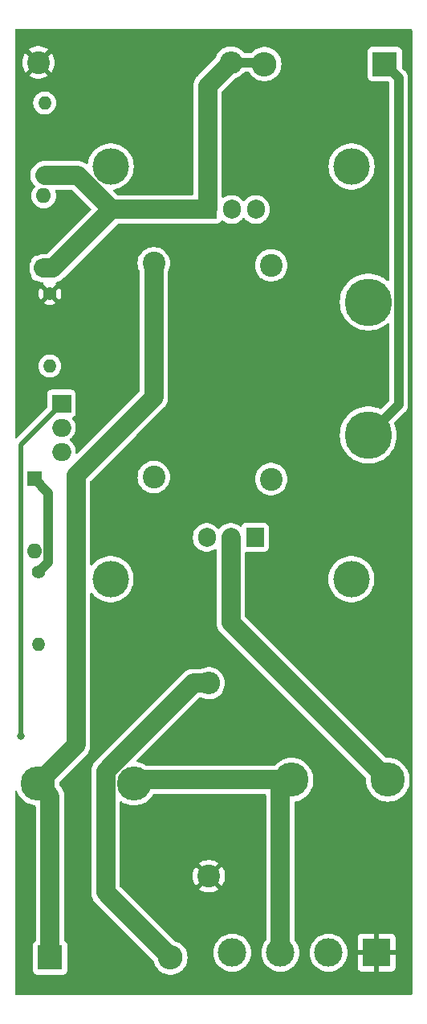
<source format=gtl>
G04 #@! TF.GenerationSoftware,KiCad,Pcbnew,7.0.1*
G04 #@! TF.CreationDate,2023-06-08T18:27:25+10:00*
G04 #@! TF.ProjectId,ZVS,5a56532e-6b69-4636-9164-5f7063625858,rev?*
G04 #@! TF.SameCoordinates,Original*
G04 #@! TF.FileFunction,Copper,L1,Top*
G04 #@! TF.FilePolarity,Positive*
%FSLAX46Y46*%
G04 Gerber Fmt 4.6, Leading zero omitted, Abs format (unit mm)*
G04 Created by KiCad (PCBNEW 7.0.1) date 2023-06-08 18:27:25*
%MOMM*%
%LPD*%
G01*
G04 APERTURE LIST*
G04 #@! TA.AperFunction,ComponentPad*
%ADD10C,2.400000*%
G04 #@! TD*
G04 #@! TA.AperFunction,ComponentPad*
%ADD11O,2.400000X2.400000*%
G04 #@! TD*
G04 #@! TA.AperFunction,ComponentPad*
%ADD12R,1.600000X1.600000*%
G04 #@! TD*
G04 #@! TA.AperFunction,ComponentPad*
%ADD13O,1.600000X1.600000*%
G04 #@! TD*
G04 #@! TA.AperFunction,ComponentPad*
%ADD14C,3.840000*%
G04 #@! TD*
G04 #@! TA.AperFunction,ComponentPad*
%ADD15C,1.400000*%
G04 #@! TD*
G04 #@! TA.AperFunction,ComponentPad*
%ADD16O,1.400000X1.400000*%
G04 #@! TD*
G04 #@! TA.AperFunction,ComponentPad*
%ADD17C,3.600000*%
G04 #@! TD*
G04 #@! TA.AperFunction,ComponentPad*
%ADD18R,2.600000X2.600000*%
G04 #@! TD*
G04 #@! TA.AperFunction,ComponentPad*
%ADD19O,2.600000X2.600000*%
G04 #@! TD*
G04 #@! TA.AperFunction,ComponentPad*
%ADD20R,2.000000X1.905000*%
G04 #@! TD*
G04 #@! TA.AperFunction,ComponentPad*
%ADD21O,2.000000X1.905000*%
G04 #@! TD*
G04 #@! TA.AperFunction,ComponentPad*
%ADD22R,3.000000X3.000000*%
G04 #@! TD*
G04 #@! TA.AperFunction,ComponentPad*
%ADD23C,3.000000*%
G04 #@! TD*
G04 #@! TA.AperFunction,ComponentPad*
%ADD24C,5.000000*%
G04 #@! TD*
G04 #@! TA.AperFunction,ComponentPad*
%ADD25R,1.905000X2.000000*%
G04 #@! TD*
G04 #@! TA.AperFunction,ComponentPad*
%ADD26O,1.905000X2.000000*%
G04 #@! TD*
G04 #@! TA.AperFunction,ViaPad*
%ADD27C,0.800000*%
G04 #@! TD*
G04 #@! TA.AperFunction,Conductor*
%ADD28C,2.000000*%
G04 #@! TD*
G04 #@! TA.AperFunction,Conductor*
%ADD29C,1.000000*%
G04 #@! TD*
G04 #@! TA.AperFunction,Conductor*
%ADD30C,0.500000*%
G04 #@! TD*
G04 APERTURE END LIST*
D10*
X122450000Y-66990000D03*
D11*
X142770000Y-66990000D03*
D12*
X122010000Y-110820000D03*
D13*
X122010000Y-118440000D03*
D14*
X130080000Y-77940000D03*
X155480000Y-77940000D03*
D15*
X123110000Y-78870000D03*
D16*
X123110000Y-71250000D03*
D12*
X123000000Y-88640000D03*
D13*
X123000000Y-81020000D03*
D10*
X134620000Y-88120000D03*
X134620000Y-110620000D03*
X147010000Y-88340000D03*
X147010000Y-110840000D03*
D15*
X122480000Y-120620000D03*
D16*
X122480000Y-128240000D03*
D15*
X123650000Y-91320000D03*
D16*
X123650000Y-98940000D03*
D17*
X132530000Y-142890000D03*
X122370000Y-142890000D03*
D18*
X158980000Y-67160000D03*
D19*
X146280000Y-67160000D03*
D18*
X123680000Y-161200000D03*
D19*
X136380000Y-161200000D03*
D20*
X124875000Y-102890000D03*
D21*
X124875000Y-105430000D03*
X124875000Y-107970000D03*
D22*
X158140000Y-160690000D03*
D23*
X153060000Y-160690000D03*
X147980000Y-160690000D03*
X142900000Y-160690000D03*
D17*
X149150000Y-142500000D03*
X159310000Y-142500000D03*
D24*
X157240000Y-92210000D03*
X157240000Y-106210000D03*
D10*
X140430000Y-152640000D03*
D11*
X140430000Y-132320000D03*
D14*
X155460000Y-121370000D03*
X130060000Y-121370000D03*
D25*
X140290000Y-82465000D03*
D26*
X142830000Y-82465000D03*
X145370000Y-82465000D03*
D25*
X145280000Y-116985000D03*
D26*
X142740000Y-116985000D03*
X140200000Y-116985000D03*
D27*
X120560481Y-137899191D03*
D28*
X123680000Y-161200000D02*
X123680000Y-144200000D01*
X122370000Y-142890000D02*
X126410000Y-138850000D01*
X126410000Y-110460000D02*
X134620000Y-102250000D01*
X123680000Y-144200000D02*
X122370000Y-142890000D01*
X126410000Y-138850000D02*
X126410000Y-110460000D01*
X134620000Y-102250000D02*
X134620000Y-88120000D01*
X142740000Y-125930000D02*
X142740000Y-116985000D01*
D29*
X160439511Y-68619511D02*
X158980000Y-67160000D01*
D28*
X159310000Y-142500000D02*
X142740000Y-125930000D01*
D29*
X157240000Y-106210000D02*
X160439511Y-103010489D01*
X160439511Y-103010489D02*
X160439511Y-68619511D01*
D28*
X147980000Y-160690000D02*
X147980000Y-143670000D01*
X149150000Y-142500000D02*
X132920000Y-142500000D01*
X132920000Y-142500000D02*
X132530000Y-142890000D01*
X147980000Y-143670000D02*
X149150000Y-142500000D01*
D30*
X120560481Y-137899191D02*
X120560481Y-107204519D01*
X120560481Y-107204519D02*
X124875000Y-102890000D01*
D28*
X129530489Y-154350489D02*
X129530489Y-141579511D01*
D29*
X123509511Y-112319511D02*
X123509511Y-119590489D01*
D28*
X138790000Y-132320000D02*
X140430000Y-132320000D01*
D29*
X123509511Y-119590489D02*
X122480000Y-120620000D01*
X122010000Y-110820000D02*
X123509511Y-112319511D01*
D28*
X129530489Y-141579511D02*
X138790000Y-132320000D01*
X136380000Y-161200000D02*
X129530489Y-154350489D01*
D29*
X146110000Y-66990000D02*
X146280000Y-67160000D01*
D28*
X123110000Y-78870000D02*
X126598344Y-78870000D01*
X123000000Y-88640000D02*
X124018344Y-88640000D01*
X124018344Y-88640000D02*
X130193344Y-82465000D01*
X140290000Y-82465000D02*
X140290000Y-69470000D01*
X126598344Y-78870000D02*
X130193344Y-82465000D01*
X140290000Y-69470000D02*
X142770000Y-66990000D01*
X130193344Y-82465000D02*
X140290000Y-82465000D01*
D29*
X142770000Y-66990000D02*
X146110000Y-66990000D01*
G04 #@! TA.AperFunction,Conductor*
G36*
X161817000Y-63496881D02*
G01*
X161863119Y-63543000D01*
X161880000Y-63606000D01*
X161880000Y-165004000D01*
X161863119Y-165067000D01*
X161817000Y-165113119D01*
X161754000Y-165130000D01*
X120096000Y-165130000D01*
X120033000Y-165113119D01*
X119986881Y-165067000D01*
X119970000Y-165004000D01*
X119970000Y-143739868D01*
X119989438Y-143672633D01*
X120041756Y-143626142D01*
X120110810Y-143614741D01*
X120175294Y-143641948D01*
X120215313Y-143699367D01*
X120240052Y-143772247D01*
X120373435Y-144042720D01*
X120540972Y-144293458D01*
X120739810Y-144520189D01*
X120966541Y-144719027D01*
X121128894Y-144827507D01*
X121217282Y-144886566D01*
X121474218Y-145013272D01*
X121487752Y-145019947D01*
X121678121Y-145084568D01*
X121773309Y-145116880D01*
X122069080Y-145175713D01*
X122077179Y-145177324D01*
X122076625Y-145180106D01*
X122121190Y-145194689D01*
X122163965Y-145240353D01*
X122179500Y-145300962D01*
X122179500Y-159361818D01*
X122166173Y-159418217D01*
X122129010Y-159462686D01*
X122022452Y-159542455D01*
X121936204Y-159657668D01*
X121885909Y-159792517D01*
X121879500Y-159852127D01*
X121879500Y-162547874D01*
X121885908Y-162607481D01*
X121936204Y-162742331D01*
X122022453Y-162857546D01*
X122053434Y-162880738D01*
X122137669Y-162943796D01*
X122272517Y-162994091D01*
X122332127Y-163000500D01*
X125027872Y-163000499D01*
X125027874Y-163000499D01*
X125057677Y-162997294D01*
X125087483Y-162994091D01*
X125222331Y-162943796D01*
X125337546Y-162857546D01*
X125423796Y-162742331D01*
X125474091Y-162607483D01*
X125480500Y-162547873D01*
X125480499Y-159852128D01*
X125474091Y-159792517D01*
X125423796Y-159657669D01*
X125337546Y-159542454D01*
X125230990Y-159462686D01*
X125193827Y-159418217D01*
X125180500Y-159361818D01*
X125180500Y-154288269D01*
X128026131Y-154288269D01*
X128029881Y-154378913D01*
X128029989Y-154384120D01*
X128029989Y-154412556D01*
X128032337Y-154440900D01*
X128032659Y-154446095D01*
X128036407Y-154536724D01*
X128041202Y-154559594D01*
X128043452Y-154575040D01*
X128045380Y-154598308D01*
X128067654Y-154686269D01*
X128068827Y-154691340D01*
X128087439Y-154780103D01*
X128095927Y-154801856D01*
X128100689Y-154816720D01*
X128106425Y-154839369D01*
X128142869Y-154922455D01*
X128144861Y-154927265D01*
X128177832Y-155011762D01*
X128189791Y-155031832D01*
X128196938Y-155045717D01*
X128206316Y-155067097D01*
X128255927Y-155143033D01*
X128258684Y-155147450D01*
X128305122Y-155225382D01*
X128320214Y-155243201D01*
X128329547Y-155255717D01*
X128342325Y-155275274D01*
X128403762Y-155342013D01*
X128407206Y-155345912D01*
X128425587Y-155367615D01*
X128445717Y-155387745D01*
X128449276Y-155391454D01*
X128510745Y-155458227D01*
X128529181Y-155472576D01*
X128540885Y-155482913D01*
X134588922Y-161530950D01*
X134622668Y-161592007D01*
X134654665Y-161732194D01*
X134727482Y-161917726D01*
X134753257Y-161983398D01*
X134888185Y-162217102D01*
X135056439Y-162428085D01*
X135147012Y-162512124D01*
X135254258Y-162611635D01*
X135347486Y-162675196D01*
X135477226Y-162763651D01*
X135603271Y-162824351D01*
X135720358Y-162880738D01*
X135777868Y-162898477D01*
X135978228Y-162960280D01*
X136245071Y-163000500D01*
X136514927Y-163000500D01*
X136514929Y-163000500D01*
X136781772Y-162960280D01*
X137039641Y-162880738D01*
X137282775Y-162763651D01*
X137505741Y-162611635D01*
X137703561Y-162428085D01*
X137871815Y-162217102D01*
X138006743Y-161983398D01*
X138105334Y-161732195D01*
X138165383Y-161469103D01*
X138185549Y-161200000D01*
X138165383Y-160930897D01*
X138110400Y-160690000D01*
X140894389Y-160690000D01*
X140914803Y-160975424D01*
X140914804Y-160975428D01*
X140975631Y-161255046D01*
X141075633Y-161523161D01*
X141093903Y-161556619D01*
X141212775Y-161774317D01*
X141384262Y-162003397D01*
X141586602Y-162205737D01*
X141586605Y-162205739D01*
X141815685Y-162377226D01*
X142066839Y-162514367D01*
X142334954Y-162614369D01*
X142614572Y-162675196D01*
X142900000Y-162695610D01*
X143185428Y-162675196D01*
X143465046Y-162614369D01*
X143733161Y-162514367D01*
X143984315Y-162377226D01*
X144213395Y-162205739D01*
X144415739Y-162003395D01*
X144587226Y-161774315D01*
X144724367Y-161523161D01*
X144824369Y-161255046D01*
X144885196Y-160975428D01*
X144905610Y-160690000D01*
X144885196Y-160404572D01*
X144824369Y-160124954D01*
X144724367Y-159856839D01*
X144587226Y-159605685D01*
X144480178Y-159462686D01*
X144415737Y-159376602D01*
X144213397Y-159174262D01*
X143984317Y-159002775D01*
X143941961Y-158979646D01*
X143733161Y-158865633D01*
X143465046Y-158765631D01*
X143289946Y-158727540D01*
X143185424Y-158704803D01*
X142900000Y-158684389D01*
X142614575Y-158704803D01*
X142454828Y-158739554D01*
X142334954Y-158765631D01*
X142066839Y-158865633D01*
X142066837Y-158865633D01*
X142066837Y-158865634D01*
X141815682Y-159002775D01*
X141586602Y-159174262D01*
X141384262Y-159376602D01*
X141212775Y-159605682D01*
X141075634Y-159856837D01*
X140975631Y-160124954D01*
X140914803Y-160404575D01*
X140894389Y-160690000D01*
X138110400Y-160690000D01*
X138105334Y-160667805D01*
X138006743Y-160416602D01*
X137871815Y-160182898D01*
X137703561Y-159971915D01*
X137505741Y-159788365D01*
X137282775Y-159636349D01*
X137282774Y-159636348D01*
X137039641Y-159519261D01*
X136781771Y-159439719D01*
X136775637Y-159438795D01*
X136737636Y-159426682D01*
X136705325Y-159403298D01*
X131316815Y-154014787D01*
X139414421Y-154014787D01*
X139573608Y-154123320D01*
X139804247Y-154234390D01*
X140048865Y-154309844D01*
X140302006Y-154348000D01*
X140557994Y-154348000D01*
X140811134Y-154309844D01*
X141055752Y-154234390D01*
X141286392Y-154123320D01*
X141445578Y-154014787D01*
X140430001Y-152999210D01*
X140429999Y-152999210D01*
X139414421Y-154014786D01*
X139414421Y-154014787D01*
X131316815Y-154014787D01*
X131067894Y-153765866D01*
X131040580Y-153724989D01*
X131030989Y-153676771D01*
X131030989Y-152640000D01*
X138717211Y-152640000D01*
X138736341Y-152895279D01*
X138793305Y-153144854D01*
X138886830Y-153383151D01*
X139014827Y-153604848D01*
X139055250Y-153655537D01*
X139055252Y-153655537D01*
X140070790Y-152640001D01*
X140789210Y-152640001D01*
X141804747Y-153655538D01*
X141804748Y-153655537D01*
X141845172Y-153604850D01*
X141973169Y-153383152D01*
X142066694Y-153144854D01*
X142123658Y-152895279D01*
X142142788Y-152639999D01*
X142123658Y-152384720D01*
X142066694Y-152135145D01*
X141973169Y-151896847D01*
X141845172Y-151675150D01*
X141804748Y-151624461D01*
X141804747Y-151624460D01*
X140789210Y-152639999D01*
X140789210Y-152640001D01*
X140070790Y-152640001D01*
X140070790Y-152639999D01*
X139055252Y-151624461D01*
X139055250Y-151624461D01*
X139014827Y-151675151D01*
X138886830Y-151896848D01*
X138793305Y-152135145D01*
X138736341Y-152384720D01*
X138717211Y-152640000D01*
X131030989Y-152640000D01*
X131030989Y-151265212D01*
X139414421Y-151265212D01*
X140429999Y-152280790D01*
X140430001Y-152280790D01*
X141445578Y-151265211D01*
X141286392Y-151156679D01*
X141055752Y-151045609D01*
X140811134Y-150970155D01*
X140557994Y-150932000D01*
X140302006Y-150932000D01*
X140048865Y-150970155D01*
X139804247Y-151045609D01*
X139573606Y-151156681D01*
X139414421Y-151265210D01*
X139414421Y-151265212D01*
X131030989Y-151265212D01*
X131030989Y-144890910D01*
X131048915Y-144826133D01*
X131097593Y-144779788D01*
X131163171Y-144765062D01*
X131226991Y-144786145D01*
X131288894Y-144827507D01*
X131377282Y-144886566D01*
X131634218Y-145013272D01*
X131647752Y-145019947D01*
X131838121Y-145084568D01*
X131933309Y-145116880D01*
X132229080Y-145175713D01*
X132530000Y-145195436D01*
X132830920Y-145175713D01*
X133126691Y-145116880D01*
X133322505Y-145050409D01*
X133412247Y-145019947D01*
X133412248Y-145019946D01*
X133412252Y-145019945D01*
X133682718Y-144886566D01*
X133933461Y-144719025D01*
X134160189Y-144520189D01*
X134359025Y-144293461D01*
X134443945Y-144166369D01*
X134517359Y-144056498D01*
X134562728Y-144015378D01*
X134622124Y-144000500D01*
X146353500Y-144000500D01*
X146416500Y-144017381D01*
X146462619Y-144063500D01*
X146479500Y-144126500D01*
X146479500Y-159314311D01*
X146473052Y-159354102D01*
X146454368Y-159389820D01*
X146292775Y-159605682D01*
X146155634Y-159856837D01*
X146055631Y-160124954D01*
X145994803Y-160404575D01*
X145974389Y-160690000D01*
X145994803Y-160975424D01*
X145994804Y-160975428D01*
X146055631Y-161255046D01*
X146155633Y-161523161D01*
X146173903Y-161556619D01*
X146292775Y-161774317D01*
X146464262Y-162003397D01*
X146666602Y-162205737D01*
X146666605Y-162205739D01*
X146895685Y-162377226D01*
X147146839Y-162514367D01*
X147414954Y-162614369D01*
X147694572Y-162675196D01*
X147980000Y-162695610D01*
X148265428Y-162675196D01*
X148545046Y-162614369D01*
X148813161Y-162514367D01*
X149064315Y-162377226D01*
X149293395Y-162205739D01*
X149495739Y-162003395D01*
X149667226Y-161774315D01*
X149804367Y-161523161D01*
X149904369Y-161255046D01*
X149965196Y-160975428D01*
X149985610Y-160690000D01*
X151054389Y-160690000D01*
X151074803Y-160975424D01*
X151074804Y-160975428D01*
X151135631Y-161255046D01*
X151235633Y-161523161D01*
X151253903Y-161556619D01*
X151372775Y-161774317D01*
X151544262Y-162003397D01*
X151746602Y-162205737D01*
X151746605Y-162205739D01*
X151975685Y-162377226D01*
X152226839Y-162514367D01*
X152494954Y-162614369D01*
X152774572Y-162675196D01*
X153060000Y-162695610D01*
X153345428Y-162675196D01*
X153625046Y-162614369D01*
X153893161Y-162514367D01*
X154144315Y-162377226D01*
X154373395Y-162205739D01*
X154575739Y-162003395D01*
X154747226Y-161774315D01*
X154884367Y-161523161D01*
X154984369Y-161255046D01*
X155045196Y-160975428D01*
X155047444Y-160944000D01*
X156132000Y-160944000D01*
X156132000Y-162238589D01*
X156138505Y-162299093D01*
X156189554Y-162435962D01*
X156277095Y-162552904D01*
X156394037Y-162640445D01*
X156530906Y-162691494D01*
X156591411Y-162698000D01*
X157886000Y-162698000D01*
X157886000Y-160944000D01*
X158394000Y-160944000D01*
X158394000Y-162698000D01*
X159688589Y-162698000D01*
X159749093Y-162691494D01*
X159885962Y-162640445D01*
X160002904Y-162552904D01*
X160090445Y-162435962D01*
X160141494Y-162299093D01*
X160148000Y-162238589D01*
X160148000Y-160944000D01*
X158394000Y-160944000D01*
X157886000Y-160944000D01*
X156132000Y-160944000D01*
X155047444Y-160944000D01*
X155065610Y-160690000D01*
X155047444Y-160436000D01*
X156132000Y-160436000D01*
X157886000Y-160436000D01*
X157886000Y-158682000D01*
X158394000Y-158682000D01*
X158394000Y-160436000D01*
X160148000Y-160436000D01*
X160148000Y-159141411D01*
X160141494Y-159080906D01*
X160090445Y-158944037D01*
X160002904Y-158827095D01*
X159885962Y-158739554D01*
X159749093Y-158688505D01*
X159688589Y-158682000D01*
X158394000Y-158682000D01*
X157886000Y-158682000D01*
X156591411Y-158682000D01*
X156530906Y-158688505D01*
X156394037Y-158739554D01*
X156277095Y-158827095D01*
X156189554Y-158944037D01*
X156138505Y-159080906D01*
X156132000Y-159141411D01*
X156132000Y-160436000D01*
X155047444Y-160436000D01*
X155045196Y-160404572D01*
X154984369Y-160124954D01*
X154884367Y-159856839D01*
X154747226Y-159605685D01*
X154640178Y-159462686D01*
X154575737Y-159376602D01*
X154373397Y-159174262D01*
X154144317Y-159002775D01*
X154101961Y-158979646D01*
X153893161Y-158865633D01*
X153625046Y-158765631D01*
X153449946Y-158727540D01*
X153345424Y-158704803D01*
X153060000Y-158684389D01*
X152774575Y-158704803D01*
X152614828Y-158739554D01*
X152494954Y-158765631D01*
X152226839Y-158865633D01*
X152226837Y-158865633D01*
X152226837Y-158865634D01*
X151975682Y-159002775D01*
X151746602Y-159174262D01*
X151544262Y-159376602D01*
X151372775Y-159605682D01*
X151235634Y-159856837D01*
X151135631Y-160124954D01*
X151074803Y-160404575D01*
X151054389Y-160690000D01*
X149985610Y-160690000D01*
X149965196Y-160404572D01*
X149904369Y-160124954D01*
X149804367Y-159856839D01*
X149667226Y-159605685D01*
X149602530Y-159519261D01*
X149505632Y-159389820D01*
X149486948Y-159354102D01*
X149480500Y-159314311D01*
X149480500Y-144883235D01*
X149493494Y-144827507D01*
X149529796Y-144783273D01*
X149581918Y-144759656D01*
X149665551Y-144743019D01*
X149746691Y-144726880D01*
X149769831Y-144719025D01*
X150032247Y-144629947D01*
X150032248Y-144629946D01*
X150032252Y-144629945D01*
X150302718Y-144496566D01*
X150553461Y-144329025D01*
X150780189Y-144130189D01*
X150979025Y-143903461D01*
X151146566Y-143652718D01*
X151279945Y-143382252D01*
X151299344Y-143325106D01*
X151310409Y-143292505D01*
X151376880Y-143096691D01*
X151435713Y-142800920D01*
X151455436Y-142500000D01*
X151435713Y-142199080D01*
X151376880Y-141903309D01*
X151344568Y-141808121D01*
X151279947Y-141617752D01*
X151244504Y-141545880D01*
X151146566Y-141347282D01*
X151014678Y-141149897D01*
X150979027Y-141096541D01*
X150780189Y-140869810D01*
X150553458Y-140670972D01*
X150302720Y-140503435D01*
X150032247Y-140370052D01*
X149746692Y-140273120D01*
X149450919Y-140214286D01*
X149169722Y-140195856D01*
X149150000Y-140194564D01*
X149149999Y-140194564D01*
X148849080Y-140214286D01*
X148553307Y-140273120D01*
X148267752Y-140370052D01*
X147997279Y-140503435D01*
X147746541Y-140670972D01*
X147519810Y-140869810D01*
X147443718Y-140956578D01*
X147400987Y-140988269D01*
X147348986Y-140999500D01*
X133879678Y-140999500D01*
X133843102Y-140994074D01*
X133809677Y-140978265D01*
X133742038Y-140933070D01*
X133682720Y-140893435D01*
X133412247Y-140760052D01*
X133126694Y-140663120D01*
X132892648Y-140616565D01*
X132832613Y-140586346D01*
X132796655Y-140529562D01*
X132795006Y-140462370D01*
X132828133Y-140403893D01*
X139374622Y-133857405D01*
X139415500Y-133830091D01*
X139463718Y-133820500D01*
X139597811Y-133820500D01*
X139652480Y-133832978D01*
X139806995Y-133907389D01*
X139876901Y-133928951D01*
X140050542Y-133982513D01*
X140302565Y-134020500D01*
X140557433Y-134020500D01*
X140557435Y-134020500D01*
X140809458Y-133982513D01*
X141053004Y-133907389D01*
X141282634Y-133796805D01*
X141493217Y-133653232D01*
X141680050Y-133479877D01*
X141838959Y-133280612D01*
X141966393Y-133059888D01*
X142059508Y-132822637D01*
X142116222Y-132574157D01*
X142135268Y-132320000D01*
X142116222Y-132065843D01*
X142059508Y-131817363D01*
X141966393Y-131580112D01*
X141838959Y-131359388D01*
X141680050Y-131160123D01*
X141493217Y-130986768D01*
X141493214Y-130986766D01*
X141493212Y-130986764D01*
X141282634Y-130843195D01*
X141053004Y-130732610D01*
X140809461Y-130657488D01*
X140809458Y-130657487D01*
X140557435Y-130619500D01*
X140302565Y-130619500D01*
X140050542Y-130657487D01*
X140050539Y-130657487D01*
X140050538Y-130657488D01*
X139806995Y-130732610D01*
X139652480Y-130807022D01*
X139597811Y-130819500D01*
X138890984Y-130819500D01*
X138875397Y-130818532D01*
X138852219Y-130815642D01*
X138761576Y-130819392D01*
X138756369Y-130819500D01*
X138727933Y-130819500D01*
X138699589Y-130821848D01*
X138694394Y-130822170D01*
X138603764Y-130825918D01*
X138580895Y-130830713D01*
X138565449Y-130832963D01*
X138542182Y-130834891D01*
X138454230Y-130857163D01*
X138449159Y-130858336D01*
X138360384Y-130876951D01*
X138338627Y-130885440D01*
X138323765Y-130890201D01*
X138301117Y-130895937D01*
X138218047Y-130932373D01*
X138213240Y-130934365D01*
X138128722Y-130967345D01*
X138108655Y-130979302D01*
X138094784Y-130986442D01*
X138073397Y-130995824D01*
X137997457Y-131045436D01*
X137993044Y-131048190D01*
X137915104Y-131094634D01*
X137897281Y-131109729D01*
X137884768Y-131119060D01*
X137865213Y-131131836D01*
X137798467Y-131193279D01*
X137794567Y-131196723D01*
X137772879Y-131215092D01*
X137752775Y-131235196D01*
X137749020Y-131238799D01*
X137682259Y-131300258D01*
X137667909Y-131318694D01*
X137657576Y-131330394D01*
X128540883Y-140447087D01*
X128529183Y-140457420D01*
X128510747Y-140471770D01*
X128449288Y-140538531D01*
X128445685Y-140542286D01*
X128425581Y-140562390D01*
X128407212Y-140584078D01*
X128403768Y-140587978D01*
X128342325Y-140654724D01*
X128329549Y-140674279D01*
X128320218Y-140686792D01*
X128305123Y-140704615D01*
X128258679Y-140782555D01*
X128255925Y-140786968D01*
X128206313Y-140862908D01*
X128196931Y-140884295D01*
X128189791Y-140898166D01*
X128177834Y-140918233D01*
X128144854Y-141002751D01*
X128142862Y-141007558D01*
X128106426Y-141090628D01*
X128100690Y-141113276D01*
X128095929Y-141128138D01*
X128087440Y-141149895D01*
X128068825Y-141238670D01*
X128067652Y-141243741D01*
X128045380Y-141331693D01*
X128043452Y-141354960D01*
X128041202Y-141370406D01*
X128036407Y-141393275D01*
X128032659Y-141483905D01*
X128032337Y-141489100D01*
X128029989Y-141517444D01*
X128029989Y-141545880D01*
X128029881Y-141551087D01*
X128026131Y-141641730D01*
X128029021Y-141664908D01*
X128029989Y-141680495D01*
X128029989Y-154249505D01*
X128029021Y-154265092D01*
X128026131Y-154288269D01*
X125180500Y-154288269D01*
X125180500Y-144300984D01*
X125181468Y-144285397D01*
X125184357Y-144262219D01*
X125180608Y-144171576D01*
X125180500Y-144166369D01*
X125180500Y-144137931D01*
X125179552Y-144126500D01*
X125178150Y-144109582D01*
X125177829Y-144104405D01*
X125174230Y-144017381D01*
X125174081Y-144013763D01*
X125169286Y-143990898D01*
X125167036Y-143975451D01*
X125165108Y-143952178D01*
X125161754Y-143938934D01*
X125142825Y-143864189D01*
X125141674Y-143859211D01*
X125123050Y-143770386D01*
X125114559Y-143748627D01*
X125109794Y-143733752D01*
X125104063Y-143711119D01*
X125078446Y-143652718D01*
X125067629Y-143628060D01*
X125065640Y-143623257D01*
X125032655Y-143538725D01*
X125020697Y-143518656D01*
X125013552Y-143504775D01*
X125004173Y-143483393D01*
X124954543Y-143407428D01*
X124951804Y-143403040D01*
X124905365Y-143325104D01*
X124890275Y-143307288D01*
X124880940Y-143294769D01*
X124868166Y-143275217D01*
X124806725Y-143208475D01*
X124803276Y-143204569D01*
X124784903Y-143182875D01*
X124784902Y-143182874D01*
X124764769Y-143162741D01*
X124761212Y-143159034D01*
X124701233Y-143093879D01*
X124675120Y-143050480D01*
X124668206Y-143000303D01*
X124675436Y-142890000D01*
X124667887Y-142774836D01*
X124675693Y-142722216D01*
X124704520Y-142677506D01*
X127399611Y-139982415D01*
X127411306Y-139972087D01*
X127429744Y-139957738D01*
X127491201Y-139890976D01*
X127494759Y-139887267D01*
X127514902Y-139867126D01*
X127533318Y-139845380D01*
X127536681Y-139841571D01*
X127598164Y-139774785D01*
X127610944Y-139755222D01*
X127620271Y-139742715D01*
X127635366Y-139724894D01*
X127681820Y-139646932D01*
X127684556Y-139642550D01*
X127734173Y-139566607D01*
X127743557Y-139545212D01*
X127750697Y-139531342D01*
X127762656Y-139511273D01*
X127795654Y-139426704D01*
X127797612Y-139421977D01*
X127834063Y-139338881D01*
X127839795Y-139316241D01*
X127844559Y-139301372D01*
X127853050Y-139279614D01*
X127871686Y-139190731D01*
X127872820Y-139185831D01*
X127895108Y-139097821D01*
X127897036Y-139074547D01*
X127899288Y-139059092D01*
X127904081Y-139036237D01*
X127907829Y-138945581D01*
X127908152Y-138940390D01*
X127910500Y-138912069D01*
X127910500Y-138883631D01*
X127910608Y-138878424D01*
X127914357Y-138787780D01*
X127911468Y-138764603D01*
X127910500Y-138749016D01*
X127910500Y-122918996D01*
X127925331Y-122859687D01*
X127966334Y-122814341D01*
X128023854Y-122793632D01*
X128084352Y-122802436D01*
X128133585Y-122838681D01*
X128292042Y-123030223D01*
X128514065Y-123238715D01*
X128760463Y-123417735D01*
X128760468Y-123417737D01*
X128760467Y-123417737D01*
X129027363Y-123564464D01*
X129310545Y-123676584D01*
X129465423Y-123716350D01*
X129605546Y-123752328D01*
X129907712Y-123790500D01*
X129907715Y-123790500D01*
X130212285Y-123790500D01*
X130212288Y-123790500D01*
X130514453Y-123752328D01*
X130514453Y-123752327D01*
X130809455Y-123676584D01*
X131092637Y-123564464D01*
X131359533Y-123417737D01*
X131605935Y-123238715D01*
X131827957Y-123030223D01*
X132022098Y-122795547D01*
X132185294Y-122538390D01*
X132314974Y-122262807D01*
X132409091Y-121973144D01*
X132466162Y-121673969D01*
X132485286Y-121370000D01*
X132466162Y-121066031D01*
X132409091Y-120766856D01*
X132314974Y-120477193D01*
X132185294Y-120201610D01*
X132022098Y-119944453D01*
X131909019Y-119807764D01*
X131827957Y-119709776D01*
X131605934Y-119501284D01*
X131359536Y-119322264D01*
X131092636Y-119175535D01*
X130918016Y-119106398D01*
X130809455Y-119063416D01*
X130809452Y-119063415D01*
X130809449Y-119063414D01*
X130514453Y-118987671D01*
X130212288Y-118949500D01*
X130212285Y-118949500D01*
X129907715Y-118949500D01*
X129907712Y-118949500D01*
X129605546Y-118987671D01*
X129310550Y-119063414D01*
X129027363Y-119175535D01*
X128760463Y-119322264D01*
X128514065Y-119501284D01*
X128292042Y-119709776D01*
X128133585Y-119901319D01*
X128084352Y-119937564D01*
X128023854Y-119946368D01*
X127966334Y-119925659D01*
X127925331Y-119880313D01*
X127910500Y-119821004D01*
X127910500Y-117092600D01*
X138747000Y-117092600D01*
X138761905Y-117272476D01*
X138761905Y-117272479D01*
X138761906Y-117272480D01*
X138779470Y-117341841D01*
X138821017Y-117505905D01*
X138917745Y-117726422D01*
X139049449Y-117928010D01*
X139212537Y-118105171D01*
X139330620Y-118197078D01*
X139402562Y-118253073D01*
X139407389Y-118255685D01*
X139614336Y-118367679D01*
X139842087Y-118445866D01*
X140079601Y-118485500D01*
X140320396Y-118485500D01*
X140320399Y-118485500D01*
X140557913Y-118445866D01*
X140785664Y-118367679D01*
X140997439Y-118253072D01*
X140997442Y-118253070D01*
X141036109Y-118222975D01*
X141100502Y-118197078D01*
X141168839Y-118209209D01*
X141220385Y-118255685D01*
X141239500Y-118322406D01*
X141239500Y-125829016D01*
X141238532Y-125844603D01*
X141235642Y-125867780D01*
X141239392Y-125958424D01*
X141239500Y-125963631D01*
X141239500Y-125992067D01*
X141241848Y-126020411D01*
X141242170Y-126025606D01*
X141245918Y-126116235D01*
X141250713Y-126139105D01*
X141252963Y-126154551D01*
X141254891Y-126177819D01*
X141277165Y-126265780D01*
X141278338Y-126270851D01*
X141296950Y-126359614D01*
X141305438Y-126381367D01*
X141310200Y-126396231D01*
X141315936Y-126418880D01*
X141352380Y-126501966D01*
X141354372Y-126506776D01*
X141387343Y-126591273D01*
X141399302Y-126611343D01*
X141406449Y-126625228D01*
X141415827Y-126646608D01*
X141465438Y-126722544D01*
X141468195Y-126726961D01*
X141514633Y-126804893D01*
X141529725Y-126822712D01*
X141539058Y-126835228D01*
X141551836Y-126854785D01*
X141613273Y-126921524D01*
X141616717Y-126925423D01*
X141635098Y-126947126D01*
X141655228Y-126967256D01*
X141658787Y-126970965D01*
X141720256Y-127037738D01*
X141738692Y-127052087D01*
X141750396Y-127062424D01*
X156975476Y-142287504D01*
X157004305Y-142332215D01*
X157012111Y-142384839D01*
X157004564Y-142499999D01*
X157024286Y-142800919D01*
X157083120Y-143096692D01*
X157180052Y-143382247D01*
X157313435Y-143652720D01*
X157480972Y-143903458D01*
X157679810Y-144130189D01*
X157906541Y-144329027D01*
X158157279Y-144496564D01*
X158157282Y-144496566D01*
X158414218Y-144623272D01*
X158427752Y-144629947D01*
X158618122Y-144694568D01*
X158713309Y-144726880D01*
X159009080Y-144785713D01*
X159310000Y-144805436D01*
X159610920Y-144785713D01*
X159906691Y-144726880D01*
X160102505Y-144660409D01*
X160192247Y-144629947D01*
X160192248Y-144629946D01*
X160192252Y-144629945D01*
X160462718Y-144496566D01*
X160713461Y-144329025D01*
X160940189Y-144130189D01*
X161139025Y-143903461D01*
X161306566Y-143652718D01*
X161439945Y-143382252D01*
X161459344Y-143325106D01*
X161470409Y-143292505D01*
X161536880Y-143096691D01*
X161595713Y-142800920D01*
X161615436Y-142500000D01*
X161595713Y-142199080D01*
X161536880Y-141903309D01*
X161504568Y-141808121D01*
X161439947Y-141617752D01*
X161404504Y-141545880D01*
X161306566Y-141347282D01*
X161174678Y-141149897D01*
X161139027Y-141096541D01*
X160940189Y-140869810D01*
X160713458Y-140670972D01*
X160462720Y-140503435D01*
X160192247Y-140370052D01*
X159906692Y-140273120D01*
X159610919Y-140214286D01*
X159329722Y-140195856D01*
X159310000Y-140194564D01*
X159309999Y-140194564D01*
X159194839Y-140202111D01*
X159142215Y-140194305D01*
X159097504Y-140165476D01*
X144277405Y-125345377D01*
X144250091Y-125304500D01*
X144240500Y-125256282D01*
X144240500Y-121370000D01*
X153034713Y-121370000D01*
X153053837Y-121673967D01*
X153110908Y-121973143D01*
X153205025Y-122262806D01*
X153205026Y-122262807D01*
X153334706Y-122538390D01*
X153497902Y-122795547D01*
X153513450Y-122814341D01*
X153692042Y-123030223D01*
X153914065Y-123238715D01*
X154160463Y-123417735D01*
X154160468Y-123417737D01*
X154160467Y-123417737D01*
X154427363Y-123564464D01*
X154710545Y-123676584D01*
X154865423Y-123716350D01*
X155005546Y-123752328D01*
X155307712Y-123790500D01*
X155307715Y-123790500D01*
X155612285Y-123790500D01*
X155612288Y-123790500D01*
X155914453Y-123752328D01*
X155914453Y-123752327D01*
X156209455Y-123676584D01*
X156492637Y-123564464D01*
X156759533Y-123417737D01*
X157005935Y-123238715D01*
X157227957Y-123030223D01*
X157422098Y-122795547D01*
X157585294Y-122538390D01*
X157714974Y-122262807D01*
X157809091Y-121973144D01*
X157866162Y-121673969D01*
X157885286Y-121370000D01*
X157866162Y-121066031D01*
X157809091Y-120766856D01*
X157714974Y-120477193D01*
X157585294Y-120201610D01*
X157422098Y-119944453D01*
X157309019Y-119807764D01*
X157227957Y-119709776D01*
X157005934Y-119501284D01*
X156759536Y-119322264D01*
X156492636Y-119175535D01*
X156318016Y-119106398D01*
X156209455Y-119063416D01*
X156209452Y-119063415D01*
X156209449Y-119063414D01*
X155914453Y-118987671D01*
X155612288Y-118949500D01*
X155612285Y-118949500D01*
X155307715Y-118949500D01*
X155307712Y-118949500D01*
X155005546Y-118987671D01*
X154710550Y-119063414D01*
X154427363Y-119175535D01*
X154160463Y-119322264D01*
X153914065Y-119501284D01*
X153692042Y-119709776D01*
X153497900Y-119944455D01*
X153334706Y-120201609D01*
X153205026Y-120477192D01*
X153110908Y-120766856D01*
X153053837Y-121066032D01*
X153034713Y-121370000D01*
X144240500Y-121370000D01*
X144240500Y-118611500D01*
X144257381Y-118548500D01*
X144303500Y-118502381D01*
X144366500Y-118485500D01*
X146280374Y-118485499D01*
X146310177Y-118482295D01*
X146339983Y-118479091D01*
X146474831Y-118428796D01*
X146590046Y-118342546D01*
X146676296Y-118227331D01*
X146726591Y-118092483D01*
X146733000Y-118032873D01*
X146732999Y-115937128D01*
X146726591Y-115877517D01*
X146676296Y-115742669D01*
X146654612Y-115713702D01*
X146590046Y-115627453D01*
X146474831Y-115541204D01*
X146339983Y-115490909D01*
X146280372Y-115484500D01*
X144279625Y-115484500D01*
X144220018Y-115490908D01*
X144085168Y-115541204D01*
X143969953Y-115627453D01*
X143883703Y-115742669D01*
X143876894Y-115760925D01*
X143844262Y-115809513D01*
X143793199Y-115838115D01*
X143734722Y-115840560D01*
X143681448Y-115816322D01*
X143563510Y-115724527D01*
X143563509Y-115724526D01*
X143344810Y-115606172D01*
X143344809Y-115606171D01*
X143344806Y-115606170D01*
X143155565Y-115541204D01*
X143109614Y-115525429D01*
X142864335Y-115484500D01*
X142615665Y-115484500D01*
X142370386Y-115525429D01*
X142370383Y-115525429D01*
X142370383Y-115525430D01*
X142135193Y-115606170D01*
X141916489Y-115724527D01*
X141720255Y-115877262D01*
X141550711Y-116061437D01*
X141503813Y-116093479D01*
X141447607Y-116101669D01*
X141393515Y-116084341D01*
X141352529Y-116045018D01*
X141350549Y-116041987D01*
X141187466Y-115864832D01*
X141187465Y-115864831D01*
X141187463Y-115864829D01*
X141030510Y-115742668D01*
X140997437Y-115716926D01*
X140785663Y-115602320D01*
X140607636Y-115541204D01*
X140557913Y-115524134D01*
X140320399Y-115484500D01*
X140079601Y-115484500D01*
X139842087Y-115524134D01*
X139842084Y-115524134D01*
X139842084Y-115524135D01*
X139614336Y-115602320D01*
X139402562Y-115716926D01*
X139212533Y-115864832D01*
X139049450Y-116041988D01*
X138917745Y-116243577D01*
X138821016Y-116464096D01*
X138761906Y-116697519D01*
X138761905Y-116697524D01*
X138747000Y-116877400D01*
X138747000Y-117092600D01*
X127910500Y-117092600D01*
X127910500Y-111133718D01*
X127920091Y-111085500D01*
X127947405Y-111044623D01*
X128372028Y-110620000D01*
X132914732Y-110620000D01*
X132933778Y-110874157D01*
X132990492Y-111122637D01*
X133083607Y-111359888D01*
X133211041Y-111580612D01*
X133369950Y-111779877D01*
X133556783Y-111953232D01*
X133767366Y-112096805D01*
X133836483Y-112130090D01*
X133996995Y-112207389D01*
X134066901Y-112228951D01*
X134240542Y-112282513D01*
X134492565Y-112320500D01*
X134747433Y-112320500D01*
X134747435Y-112320500D01*
X134999458Y-112282513D01*
X135243004Y-112207389D01*
X135472634Y-112096805D01*
X135683217Y-111953232D01*
X135870050Y-111779877D01*
X136028959Y-111580612D01*
X136156393Y-111359888D01*
X136249508Y-111122637D01*
X136306222Y-110874157D01*
X136308782Y-110839999D01*
X145304732Y-110839999D01*
X145323778Y-111094158D01*
X145380491Y-111342636D01*
X145380492Y-111342637D01*
X145473607Y-111579888D01*
X145601041Y-111800612D01*
X145759950Y-111999877D01*
X145946783Y-112173232D01*
X145946785Y-112173233D01*
X145946787Y-112173235D01*
X145961843Y-112183500D01*
X146157366Y-112316805D01*
X146276410Y-112374134D01*
X146386995Y-112427389D01*
X146456901Y-112448951D01*
X146630542Y-112502513D01*
X146882565Y-112540500D01*
X147137433Y-112540500D01*
X147137435Y-112540500D01*
X147389458Y-112502513D01*
X147633004Y-112427389D01*
X147862634Y-112316805D01*
X148073217Y-112173232D01*
X148260050Y-111999877D01*
X148418959Y-111800612D01*
X148546393Y-111579888D01*
X148639508Y-111342637D01*
X148696222Y-111094157D01*
X148715268Y-110840000D01*
X148696222Y-110585843D01*
X148639508Y-110337363D01*
X148546393Y-110100112D01*
X148418959Y-109879388D01*
X148260050Y-109680123D01*
X148073217Y-109506768D01*
X148073214Y-109506766D01*
X148073212Y-109506764D01*
X147862634Y-109363195D01*
X147633004Y-109252610D01*
X147389461Y-109177488D01*
X147389458Y-109177487D01*
X147137435Y-109139500D01*
X146882565Y-109139500D01*
X146630542Y-109177487D01*
X146630539Y-109177487D01*
X146630538Y-109177488D01*
X146386995Y-109252610D01*
X146157365Y-109363195D01*
X145946787Y-109506764D01*
X145946781Y-109506768D01*
X145946783Y-109506768D01*
X145759950Y-109680123D01*
X145601041Y-109879388D01*
X145601039Y-109879391D01*
X145473607Y-110100111D01*
X145380492Y-110337362D01*
X145323778Y-110585841D01*
X145304732Y-110839999D01*
X136308782Y-110839999D01*
X136325268Y-110620000D01*
X136306222Y-110365843D01*
X136249508Y-110117363D01*
X136156393Y-109880112D01*
X136028959Y-109659388D01*
X135870050Y-109460123D01*
X135683217Y-109286768D01*
X135683214Y-109286766D01*
X135683212Y-109286764D01*
X135472634Y-109143195D01*
X135243004Y-109032610D01*
X134999461Y-108957488D01*
X134999458Y-108957487D01*
X134747435Y-108919500D01*
X134492565Y-108919500D01*
X134240542Y-108957487D01*
X134240539Y-108957487D01*
X134240538Y-108957488D01*
X133996995Y-109032610D01*
X133767365Y-109143195D01*
X133556787Y-109286764D01*
X133556781Y-109286768D01*
X133556783Y-109286768D01*
X133369950Y-109460123D01*
X133211041Y-109659388D01*
X133211039Y-109659391D01*
X133083607Y-109880111D01*
X132990492Y-110117362D01*
X132933778Y-110365841D01*
X132922059Y-110522221D01*
X132914732Y-110620000D01*
X128372028Y-110620000D01*
X129220089Y-109771939D01*
X132782026Y-106210000D01*
X154234414Y-106210000D01*
X154247196Y-106429441D01*
X154254738Y-106558927D01*
X154300675Y-106819449D01*
X154315431Y-106903136D01*
X154415675Y-107237975D01*
X154554110Y-107558903D01*
X154554111Y-107558904D01*
X154728870Y-107861596D01*
X154937588Y-108141953D01*
X155113034Y-108327915D01*
X155177447Y-108396188D01*
X155445187Y-108620848D01*
X155737200Y-108812909D01*
X155737203Y-108812910D01*
X155737207Y-108812913D01*
X156049549Y-108969777D01*
X156377989Y-109089319D01*
X156718086Y-109169923D01*
X157065241Y-109210500D01*
X157414759Y-109210500D01*
X157761914Y-109169923D01*
X158102011Y-109089319D01*
X158430451Y-108969777D01*
X158742793Y-108812913D01*
X159034811Y-108620849D01*
X159302558Y-108396183D01*
X159542412Y-108141953D01*
X159751130Y-107861596D01*
X159925889Y-107558904D01*
X160064326Y-107237971D01*
X160164569Y-106903136D01*
X160225262Y-106558927D01*
X160245585Y-106210000D01*
X160225262Y-105861073D01*
X160164569Y-105516864D01*
X160064326Y-105182029D01*
X159983247Y-104994068D01*
X159972949Y-104945387D01*
X159982302Y-104896512D01*
X160009846Y-104855072D01*
X161136884Y-103728034D01*
X161139090Y-103725883D01*
X161202564Y-103665548D01*
X161236218Y-103617193D01*
X161241981Y-103609551D01*
X161279207Y-103563898D01*
X161279209Y-103563896D01*
X161293240Y-103537032D01*
X161301497Y-103523405D01*
X161318806Y-103498538D01*
X161342044Y-103444385D01*
X161346144Y-103435753D01*
X161373420Y-103383538D01*
X161381752Y-103354418D01*
X161387100Y-103339394D01*
X161399051Y-103311547D01*
X161410911Y-103253830D01*
X161413186Y-103244563D01*
X161429398Y-103187907D01*
X161431699Y-103157681D01*
X161433911Y-103141907D01*
X161440011Y-103112230D01*
X161440011Y-103053321D01*
X161440375Y-103043754D01*
X161444848Y-102985012D01*
X161441021Y-102954964D01*
X161440011Y-102939045D01*
X161440011Y-68633799D01*
X161440051Y-68630608D01*
X161440634Y-68607592D01*
X161442267Y-68543148D01*
X161431873Y-68485158D01*
X161430545Y-68475687D01*
X161424585Y-68417073D01*
X161415511Y-68388154D01*
X161411713Y-68372683D01*
X161406369Y-68342858D01*
X161384514Y-68288146D01*
X161381306Y-68279135D01*
X161363670Y-68222923D01*
X161348963Y-68196426D01*
X161342126Y-68182031D01*
X161330888Y-68153894D01*
X161298466Y-68104699D01*
X161293508Y-68096515D01*
X161264920Y-68045009D01*
X161245182Y-68022018D01*
X161235580Y-68009281D01*
X161218915Y-67983994D01*
X161218913Y-67983992D01*
X161177245Y-67942324D01*
X161170749Y-67935314D01*
X161132378Y-67890616D01*
X161108418Y-67872070D01*
X161096448Y-67861527D01*
X160817404Y-67582483D01*
X160790090Y-67541606D01*
X160780499Y-67493388D01*
X160780499Y-65812125D01*
X160774091Y-65752518D01*
X160772542Y-65748364D01*
X160723796Y-65617669D01*
X160645587Y-65513195D01*
X160637546Y-65502453D01*
X160522331Y-65416204D01*
X160485886Y-65402611D01*
X160387483Y-65365909D01*
X160327872Y-65359500D01*
X157632125Y-65359500D01*
X157572518Y-65365908D01*
X157437668Y-65416204D01*
X157322453Y-65502453D01*
X157236204Y-65617668D01*
X157185909Y-65752517D01*
X157179500Y-65812127D01*
X157179500Y-68507874D01*
X157185908Y-68567481D01*
X157236204Y-68702331D01*
X157322453Y-68817546D01*
X157353434Y-68840738D01*
X157437669Y-68903796D01*
X157572517Y-68954091D01*
X157632127Y-68960500D01*
X159313011Y-68960499D01*
X159376011Y-68977380D01*
X159422130Y-69023499D01*
X159439011Y-69086499D01*
X159439011Y-89868107D01*
X159419278Y-89935807D01*
X159366261Y-89982302D01*
X159296565Y-89993029D01*
X159232020Y-89964629D01*
X159231475Y-89964172D01*
X159113722Y-89865365D01*
X159034807Y-89799147D01*
X158742799Y-89607090D01*
X158734936Y-89603141D01*
X158430451Y-89450223D01*
X158430447Y-89450221D01*
X158430444Y-89450220D01*
X158102017Y-89330683D01*
X158102015Y-89330682D01*
X158102011Y-89330681D01*
X157761914Y-89250077D01*
X157761910Y-89250076D01*
X157414759Y-89209500D01*
X157065241Y-89209500D01*
X156718089Y-89250076D01*
X156562069Y-89287053D01*
X156377989Y-89330681D01*
X156377986Y-89330681D01*
X156377982Y-89330683D01*
X156049555Y-89450220D01*
X155737200Y-89607090D01*
X155445187Y-89799151D01*
X155177447Y-90023811D01*
X154937588Y-90278046D01*
X154728867Y-90558408D01*
X154554110Y-90861096D01*
X154415675Y-91182024D01*
X154315431Y-91516863D01*
X154254738Y-91861074D01*
X154234414Y-92209999D01*
X154254738Y-92558925D01*
X154315431Y-92903136D01*
X154415675Y-93237975D01*
X154554110Y-93558903D01*
X154554111Y-93558904D01*
X154728870Y-93861596D01*
X154937588Y-94141953D01*
X155177447Y-94396188D01*
X155445187Y-94620848D01*
X155737200Y-94812909D01*
X155737203Y-94812910D01*
X155737207Y-94812913D01*
X156049549Y-94969777D01*
X156377989Y-95089319D01*
X156718086Y-95169923D01*
X157065241Y-95210500D01*
X157414759Y-95210500D01*
X157761914Y-95169923D01*
X158102011Y-95089319D01*
X158430451Y-94969777D01*
X158742793Y-94812913D01*
X158779896Y-94788509D01*
X159034807Y-94620852D01*
X159116990Y-94551893D01*
X159232020Y-94455370D01*
X159296565Y-94426971D01*
X159366261Y-94437698D01*
X159419278Y-94484193D01*
X159439011Y-94551893D01*
X159439011Y-102543878D01*
X159429420Y-102592096D01*
X159402106Y-102632974D01*
X158597571Y-103437507D01*
X158553859Y-103465954D01*
X158502371Y-103474263D01*
X158451930Y-103461010D01*
X158450332Y-103460207D01*
X158430451Y-103450223D01*
X158247232Y-103383537D01*
X158102017Y-103330683D01*
X158102015Y-103330682D01*
X158102011Y-103330681D01*
X157761914Y-103250077D01*
X157761910Y-103250076D01*
X157414759Y-103209500D01*
X157065241Y-103209500D01*
X156718089Y-103250076D01*
X156646154Y-103267125D01*
X156377989Y-103330681D01*
X156377986Y-103330681D01*
X156377982Y-103330683D01*
X156049555Y-103450220D01*
X155737200Y-103607090D01*
X155445187Y-103799151D01*
X155177447Y-104023811D01*
X154937588Y-104278046D01*
X154728867Y-104558408D01*
X154554110Y-104861096D01*
X154415675Y-105182024D01*
X154315431Y-105516863D01*
X154254738Y-105861074D01*
X154234414Y-106210000D01*
X132782026Y-106210000D01*
X135609606Y-103382419D01*
X135621307Y-103372087D01*
X135639744Y-103357738D01*
X135701212Y-103290964D01*
X135704770Y-103287255D01*
X135724901Y-103267126D01*
X135743301Y-103245399D01*
X135746689Y-103241562D01*
X135808164Y-103174785D01*
X135820944Y-103155222D01*
X135830266Y-103142720D01*
X135845366Y-103124894D01*
X135891813Y-103046943D01*
X135894529Y-103042591D01*
X135944173Y-102966607D01*
X135953556Y-102945216D01*
X135960695Y-102931344D01*
X135972655Y-102911274D01*
X136005647Y-102826720D01*
X136007605Y-102821993D01*
X136044063Y-102738881D01*
X136049797Y-102716232D01*
X136054562Y-102701362D01*
X136063049Y-102679614D01*
X136081677Y-102590771D01*
X136082818Y-102585837D01*
X136105108Y-102497821D01*
X136107036Y-102474543D01*
X136109289Y-102459080D01*
X136114080Y-102436237D01*
X136117828Y-102345608D01*
X136118147Y-102340455D01*
X136120500Y-102312067D01*
X136120500Y-102283622D01*
X136120608Y-102278414D01*
X136124357Y-102187780D01*
X136121468Y-102164603D01*
X136120500Y-102149016D01*
X136120500Y-88955818D01*
X136137381Y-88892818D01*
X136156393Y-88859888D01*
X136249508Y-88622637D01*
X136306222Y-88374157D01*
X136308782Y-88340000D01*
X145304732Y-88340000D01*
X145323778Y-88594157D01*
X145380492Y-88842637D01*
X145473607Y-89079888D01*
X145601041Y-89300612D01*
X145759950Y-89499877D01*
X145946783Y-89673232D01*
X145946785Y-89673233D01*
X145946787Y-89673235D01*
X146017135Y-89721197D01*
X146157366Y-89816805D01*
X146258202Y-89865365D01*
X146386995Y-89927389D01*
X146446479Y-89945737D01*
X146630542Y-90002513D01*
X146882565Y-90040500D01*
X147137433Y-90040500D01*
X147137435Y-90040500D01*
X147389458Y-90002513D01*
X147633004Y-89927389D01*
X147862634Y-89816805D01*
X148073217Y-89673232D01*
X148260050Y-89499877D01*
X148418959Y-89300612D01*
X148546393Y-89079888D01*
X148639508Y-88842637D01*
X148696222Y-88594157D01*
X148715268Y-88340000D01*
X148696222Y-88085843D01*
X148639508Y-87837363D01*
X148546393Y-87600112D01*
X148418959Y-87379388D01*
X148260050Y-87180123D01*
X148073217Y-87006768D01*
X148073214Y-87006766D01*
X148073212Y-87006764D01*
X147862634Y-86863195D01*
X147633004Y-86752610D01*
X147389461Y-86677488D01*
X147389458Y-86677487D01*
X147137435Y-86639500D01*
X146882565Y-86639500D01*
X146630542Y-86677487D01*
X146630539Y-86677487D01*
X146630538Y-86677488D01*
X146386995Y-86752610D01*
X146157365Y-86863195D01*
X145946787Y-87006764D01*
X145946781Y-87006768D01*
X145946783Y-87006768D01*
X145759950Y-87180123D01*
X145627740Y-87345909D01*
X145601039Y-87379391D01*
X145473607Y-87600111D01*
X145380492Y-87837362D01*
X145368375Y-87890452D01*
X145323778Y-88085843D01*
X145304732Y-88340000D01*
X136308782Y-88340000D01*
X136325268Y-88120000D01*
X136306222Y-87865843D01*
X136249508Y-87617363D01*
X136156393Y-87380112D01*
X136028959Y-87159388D01*
X135870050Y-86960123D01*
X135683217Y-86786768D01*
X135683214Y-86786766D01*
X135683212Y-86786764D01*
X135472634Y-86643195D01*
X135243004Y-86532610D01*
X134999461Y-86457488D01*
X134999458Y-86457487D01*
X134747435Y-86419500D01*
X134492565Y-86419500D01*
X134240542Y-86457487D01*
X134240539Y-86457487D01*
X134240538Y-86457488D01*
X133996995Y-86532610D01*
X133767365Y-86643195D01*
X133556787Y-86786764D01*
X133556781Y-86786768D01*
X133556783Y-86786768D01*
X133369950Y-86960123D01*
X133214626Y-87154893D01*
X133211039Y-87159391D01*
X133083607Y-87380111D01*
X132990492Y-87617362D01*
X132933778Y-87865841D01*
X132914732Y-88120000D01*
X132933778Y-88374158D01*
X132990492Y-88622637D01*
X133083607Y-88859888D01*
X133102619Y-88892818D01*
X133119500Y-88955818D01*
X133119500Y-101576283D01*
X133109909Y-101624501D01*
X133082595Y-101665378D01*
X126590595Y-108157376D01*
X126540436Y-108188114D01*
X126481789Y-108192730D01*
X126427439Y-108170217D01*
X126389233Y-108125484D01*
X126375500Y-108068281D01*
X126375500Y-107849604D01*
X126375500Y-107849601D01*
X126335866Y-107612087D01*
X126257679Y-107384336D01*
X126143073Y-107172562D01*
X125995170Y-106982536D01*
X125818008Y-106819447D01*
X125796632Y-106805481D01*
X125754734Y-106759966D01*
X125739549Y-106699996D01*
X125754737Y-106640027D01*
X125796635Y-106594515D01*
X125818010Y-106580551D01*
X125995171Y-106417463D01*
X126143072Y-106227439D01*
X126257679Y-106015664D01*
X126335866Y-105787913D01*
X126375500Y-105550399D01*
X126375500Y-105309601D01*
X126335866Y-105072087D01*
X126257679Y-104844336D01*
X126143072Y-104632561D01*
X126033839Y-104492217D01*
X126009602Y-104438946D01*
X126012048Y-104380468D01*
X126040651Y-104329404D01*
X126089239Y-104296773D01*
X126117331Y-104286296D01*
X126232546Y-104200046D01*
X126318796Y-104084831D01*
X126369091Y-103949983D01*
X126375500Y-103890373D01*
X126375499Y-101889628D01*
X126369091Y-101830017D01*
X126318796Y-101695169D01*
X126296494Y-101665378D01*
X126232546Y-101579953D01*
X126117331Y-101493704D01*
X126117330Y-101493703D01*
X125982483Y-101443409D01*
X125922872Y-101437000D01*
X123827125Y-101437000D01*
X123767518Y-101443408D01*
X123632668Y-101493704D01*
X123517453Y-101579953D01*
X123431204Y-101695168D01*
X123380909Y-101830017D01*
X123374500Y-101889628D01*
X123374500Y-103276941D01*
X123364909Y-103325159D01*
X123337595Y-103366036D01*
X120185095Y-106518536D01*
X120134936Y-106549274D01*
X120076289Y-106553890D01*
X120021939Y-106531377D01*
X119983733Y-106486644D01*
X119970000Y-106429441D01*
X119970000Y-98940000D01*
X122444357Y-98940000D01*
X122464885Y-99161536D01*
X122464885Y-99161539D01*
X122464886Y-99161540D01*
X122525770Y-99375527D01*
X122624942Y-99574689D01*
X122759019Y-99752236D01*
X122923438Y-99902124D01*
X122923440Y-99902125D01*
X122923441Y-99902126D01*
X123112594Y-100019245D01*
X123112598Y-100019246D01*
X123112599Y-100019247D01*
X123320060Y-100099618D01*
X123538757Y-100140500D01*
X123761241Y-100140500D01*
X123761243Y-100140500D01*
X123979940Y-100099618D01*
X124187401Y-100019247D01*
X124187402Y-100019245D01*
X124187405Y-100019245D01*
X124281981Y-99960685D01*
X124376562Y-99902124D01*
X124540981Y-99752236D01*
X124675058Y-99574689D01*
X124774229Y-99375528D01*
X124835115Y-99161536D01*
X124855643Y-98940000D01*
X124835115Y-98718464D01*
X124774229Y-98504472D01*
X124675058Y-98305311D01*
X124540981Y-98127764D01*
X124376562Y-97977876D01*
X124376559Y-97977874D01*
X124376558Y-97977873D01*
X124187405Y-97860754D01*
X123979940Y-97780382D01*
X123979939Y-97780381D01*
X123761243Y-97739500D01*
X123538757Y-97739500D01*
X123392959Y-97766754D01*
X123320059Y-97780382D01*
X123112594Y-97860754D01*
X122923441Y-97977873D01*
X122759018Y-98127765D01*
X122624942Y-98305310D01*
X122525770Y-98504472D01*
X122464886Y-98718459D01*
X122464885Y-98718464D01*
X122444357Y-98940000D01*
X119970000Y-98940000D01*
X119970000Y-92335297D01*
X122993912Y-92335297D01*
X123043691Y-92370153D01*
X123235261Y-92459484D01*
X123439431Y-92514191D01*
X123650000Y-92532613D01*
X123860568Y-92514191D01*
X124064740Y-92459483D01*
X124256304Y-92370156D01*
X124306087Y-92335297D01*
X124306087Y-92335296D01*
X123650001Y-91679210D01*
X123650000Y-91679210D01*
X122993912Y-92335296D01*
X122993912Y-92335297D01*
X119970000Y-92335297D01*
X119970000Y-91320000D01*
X122437386Y-91320000D01*
X122455808Y-91530568D01*
X122510515Y-91734738D01*
X122599846Y-91926308D01*
X122634701Y-91976086D01*
X122634702Y-91976086D01*
X123290789Y-91320001D01*
X124009210Y-91320001D01*
X124665296Y-91976087D01*
X124665297Y-91976087D01*
X124700156Y-91926304D01*
X124789483Y-91734740D01*
X124844191Y-91530568D01*
X124862613Y-91320000D01*
X124844191Y-91109431D01*
X124789484Y-90905261D01*
X124700153Y-90713691D01*
X124665297Y-90663912D01*
X124665296Y-90663912D01*
X124009210Y-91320000D01*
X124009210Y-91320001D01*
X123290789Y-91320001D01*
X123290790Y-91320000D01*
X123290790Y-91319999D01*
X122634703Y-90663912D01*
X122634702Y-90663912D01*
X122599845Y-90713693D01*
X122510515Y-90905262D01*
X122455808Y-91109431D01*
X122437386Y-91320000D01*
X119970000Y-91320000D01*
X119970000Y-88764335D01*
X121499500Y-88764335D01*
X121540429Y-89009614D01*
X121540430Y-89009616D01*
X121621171Y-89244809D01*
X121684314Y-89361487D01*
X121699500Y-89421454D01*
X121699500Y-89487873D01*
X121705908Y-89547481D01*
X121756204Y-89682331D01*
X121842453Y-89797546D01*
X121883354Y-89828164D01*
X121957669Y-89883796D01*
X122092517Y-89934091D01*
X122152127Y-89940500D01*
X122209646Y-89940499D01*
X122245597Y-89945737D01*
X122278560Y-89961015D01*
X122283393Y-89964173D01*
X122511119Y-90064063D01*
X122752179Y-90125108D01*
X122881626Y-90135834D01*
X122943172Y-90157969D01*
X122985331Y-90207977D01*
X122996739Y-90272383D01*
X122993911Y-90304702D01*
X123649999Y-90960790D01*
X123650000Y-90960790D01*
X124306086Y-90304702D01*
X124304964Y-90291873D01*
X124294845Y-90280509D01*
X124279774Y-90224460D01*
X124291425Y-90167602D01*
X124327327Y-90121999D01*
X124379857Y-90097328D01*
X124447958Y-90083049D01*
X124469712Y-90074559D01*
X124484576Y-90069797D01*
X124507225Y-90064063D01*
X124590306Y-90027619D01*
X124595098Y-90025635D01*
X124679618Y-89992656D01*
X124699678Y-89980701D01*
X124713564Y-89973553D01*
X124734951Y-89964173D01*
X124810902Y-89914551D01*
X124815251Y-89911835D01*
X124893238Y-89865366D01*
X124911059Y-89850271D01*
X124923566Y-89840944D01*
X124943129Y-89828164D01*
X125009915Y-89766681D01*
X125013724Y-89763318D01*
X125035470Y-89744902D01*
X125055611Y-89724759D01*
X125059325Y-89721197D01*
X125126082Y-89659744D01*
X125140431Y-89641306D01*
X125150759Y-89629611D01*
X130777966Y-84002405D01*
X130818844Y-83975091D01*
X130867062Y-83965500D01*
X140434779Y-83965500D01*
X140434785Y-83965499D01*
X141290375Y-83965499D01*
X141326138Y-83961654D01*
X141349983Y-83959091D01*
X141484831Y-83908796D01*
X141600046Y-83822546D01*
X141686296Y-83707331D01*
X141696773Y-83679239D01*
X141729402Y-83630653D01*
X141780465Y-83602048D01*
X141838944Y-83599601D01*
X141892219Y-83623840D01*
X142032561Y-83733073D01*
X142197894Y-83822546D01*
X142244336Y-83847679D01*
X142472087Y-83925866D01*
X142709601Y-83965500D01*
X142950396Y-83965500D01*
X142950399Y-83965500D01*
X143187913Y-83925866D01*
X143415664Y-83847679D01*
X143627439Y-83733072D01*
X143817463Y-83585171D01*
X143980551Y-83408010D01*
X143994515Y-83386635D01*
X144040030Y-83344736D01*
X144100000Y-83329549D01*
X144159970Y-83344736D01*
X144205484Y-83386635D01*
X144219448Y-83408009D01*
X144382536Y-83585170D01*
X144572562Y-83733073D01*
X144737894Y-83822546D01*
X144784336Y-83847679D01*
X145012087Y-83925866D01*
X145249601Y-83965500D01*
X145490396Y-83965500D01*
X145490399Y-83965500D01*
X145727913Y-83925866D01*
X145955664Y-83847679D01*
X146167439Y-83733072D01*
X146357463Y-83585171D01*
X146520551Y-83408010D01*
X146652255Y-83206422D01*
X146748983Y-82985905D01*
X146808095Y-82752476D01*
X146823000Y-82572600D01*
X146823000Y-82357400D01*
X146808095Y-82177524D01*
X146748983Y-81944095D01*
X146652255Y-81723578D01*
X146520551Y-81521990D01*
X146357463Y-81344829D01*
X146231376Y-81246692D01*
X146167437Y-81196926D01*
X145955663Y-81082320D01*
X145774129Y-81020000D01*
X145727913Y-81004134D01*
X145490399Y-80964500D01*
X145249601Y-80964500D01*
X145012087Y-81004134D01*
X145012084Y-81004134D01*
X145012084Y-81004135D01*
X144784336Y-81082320D01*
X144572562Y-81196926D01*
X144382533Y-81344832D01*
X144219450Y-81521988D01*
X144205482Y-81543368D01*
X144159969Y-81585265D01*
X144100000Y-81600451D01*
X144040031Y-81585265D01*
X143994518Y-81543368D01*
X143993897Y-81542418D01*
X143980551Y-81521990D01*
X143817463Y-81344829D01*
X143691376Y-81246692D01*
X143627437Y-81196926D01*
X143415663Y-81082320D01*
X143234129Y-81020000D01*
X143187913Y-81004134D01*
X142950399Y-80964500D01*
X142709601Y-80964500D01*
X142472087Y-81004134D01*
X142472084Y-81004134D01*
X142472084Y-81004135D01*
X142244336Y-81082320D01*
X142032557Y-81196929D01*
X141993891Y-81227025D01*
X141929498Y-81252922D01*
X141861161Y-81240791D01*
X141809615Y-81194315D01*
X141790500Y-81127594D01*
X141790500Y-77939999D01*
X153054713Y-77939999D01*
X153073837Y-78243967D01*
X153130908Y-78543143D01*
X153225026Y-78832807D01*
X153354706Y-79108390D01*
X153517900Y-79365544D01*
X153712042Y-79600223D01*
X153934065Y-79808715D01*
X154180463Y-79987735D01*
X154317126Y-80062866D01*
X154447363Y-80134464D01*
X154730545Y-80246584D01*
X154885423Y-80286350D01*
X155025546Y-80322328D01*
X155327712Y-80360500D01*
X155327715Y-80360500D01*
X155632285Y-80360500D01*
X155632288Y-80360500D01*
X155934453Y-80322328D01*
X155934461Y-80322326D01*
X156229455Y-80246584D01*
X156512637Y-80134464D01*
X156779533Y-79987737D01*
X157025935Y-79808715D01*
X157247957Y-79600223D01*
X157442098Y-79365547D01*
X157605294Y-79108390D01*
X157734974Y-78832807D01*
X157829091Y-78543144D01*
X157886162Y-78243969D01*
X157905286Y-77940000D01*
X157886162Y-77636031D01*
X157829091Y-77336856D01*
X157734974Y-77047193D01*
X157605294Y-76771610D01*
X157442098Y-76514453D01*
X157356343Y-76410793D01*
X157247957Y-76279776D01*
X157025934Y-76071284D01*
X156779536Y-75892264D01*
X156512636Y-75745535D01*
X156338016Y-75676398D01*
X156229455Y-75633416D01*
X156229452Y-75633415D01*
X156229449Y-75633414D01*
X155934453Y-75557671D01*
X155632288Y-75519500D01*
X155632285Y-75519500D01*
X155327715Y-75519500D01*
X155327712Y-75519500D01*
X155025546Y-75557671D01*
X154730550Y-75633414D01*
X154447363Y-75745535D01*
X154180463Y-75892264D01*
X153934065Y-76071284D01*
X153712042Y-76279776D01*
X153517900Y-76514455D01*
X153354706Y-76771609D01*
X153225026Y-77047192D01*
X153130908Y-77336856D01*
X153073837Y-77636032D01*
X153054713Y-77939999D01*
X141790500Y-77939999D01*
X141790500Y-70143718D01*
X141800091Y-70095500D01*
X141827402Y-70054625D01*
X143243130Y-68638896D01*
X143295078Y-68607594D01*
X143393004Y-68577389D01*
X143622634Y-68466805D01*
X143833217Y-68323232D01*
X144020050Y-68149877D01*
X144062605Y-68096515D01*
X144109318Y-68037940D01*
X144153159Y-68002978D01*
X144207828Y-67990500D01*
X144607705Y-67990500D01*
X144670705Y-68007381D01*
X144716823Y-68053499D01*
X144788185Y-68177102D01*
X144956439Y-68388085D01*
X145041278Y-68466804D01*
X145154258Y-68571635D01*
X145283638Y-68659844D01*
X145377226Y-68723651D01*
X145498262Y-68781939D01*
X145620358Y-68840738D01*
X145677868Y-68858477D01*
X145878228Y-68920280D01*
X146145071Y-68960500D01*
X146414927Y-68960500D01*
X146414929Y-68960500D01*
X146681772Y-68920280D01*
X146939641Y-68840738D01*
X147182775Y-68723651D01*
X147405741Y-68571635D01*
X147603561Y-68388085D01*
X147771815Y-68177102D01*
X147906743Y-67943398D01*
X148005334Y-67692195D01*
X148065383Y-67429103D01*
X148085549Y-67160000D01*
X148065383Y-66890897D01*
X148005334Y-66627805D01*
X147906743Y-66376602D01*
X147771815Y-66142898D01*
X147603561Y-65931915D01*
X147405741Y-65748365D01*
X147271387Y-65656764D01*
X147182775Y-65596349D01*
X146939641Y-65479261D01*
X146735212Y-65416204D01*
X146681772Y-65399720D01*
X146414929Y-65359500D01*
X146145071Y-65359500D01*
X145878228Y-65399720D01*
X145878224Y-65399721D01*
X145878225Y-65399721D01*
X145620358Y-65479261D01*
X145377225Y-65596349D01*
X145154258Y-65748364D01*
X144956443Y-65931910D01*
X144956439Y-65931914D01*
X144956439Y-65931915D01*
X144948346Y-65942062D01*
X144904509Y-65977022D01*
X144849839Y-65989500D01*
X144207828Y-65989500D01*
X144153159Y-65977022D01*
X144109318Y-65942060D01*
X144020053Y-65830127D01*
X144020050Y-65830123D01*
X143833217Y-65656768D01*
X143833214Y-65656766D01*
X143833212Y-65656764D01*
X143622634Y-65513195D01*
X143393004Y-65402610D01*
X143149461Y-65327488D01*
X143149458Y-65327487D01*
X142897435Y-65289500D01*
X142642565Y-65289500D01*
X142390542Y-65327487D01*
X142390539Y-65327487D01*
X142390538Y-65327488D01*
X142146995Y-65402610D01*
X141917365Y-65513195D01*
X141706787Y-65656764D01*
X141706781Y-65656768D01*
X141706783Y-65656768D01*
X141519950Y-65830123D01*
X141404845Y-65974460D01*
X141361039Y-66029391D01*
X141233608Y-66250109D01*
X141143559Y-66479546D01*
X141115364Y-66522607D01*
X139300394Y-68337576D01*
X139288694Y-68347909D01*
X139270258Y-68362259D01*
X139208799Y-68429020D01*
X139205196Y-68432775D01*
X139185092Y-68452879D01*
X139166723Y-68474567D01*
X139163279Y-68478467D01*
X139101836Y-68545213D01*
X139089060Y-68564768D01*
X139079729Y-68577281D01*
X139064634Y-68595104D01*
X139018190Y-68673044D01*
X139015436Y-68677457D01*
X138965824Y-68753397D01*
X138956442Y-68774784D01*
X138949302Y-68788655D01*
X138937345Y-68808722D01*
X138904365Y-68893240D01*
X138902373Y-68898047D01*
X138865937Y-68981117D01*
X138860201Y-69003765D01*
X138855440Y-69018627D01*
X138846951Y-69040384D01*
X138828336Y-69129159D01*
X138827163Y-69134230D01*
X138804891Y-69222182D01*
X138802963Y-69245449D01*
X138800713Y-69260895D01*
X138795918Y-69283764D01*
X138792170Y-69374394D01*
X138791848Y-69379589D01*
X138789500Y-69407933D01*
X138789500Y-69436369D01*
X138789392Y-69441576D01*
X138785642Y-69532219D01*
X138788532Y-69555397D01*
X138789500Y-69570984D01*
X138789500Y-80838500D01*
X138772619Y-80901500D01*
X138726500Y-80947619D01*
X138663500Y-80964500D01*
X130867062Y-80964500D01*
X130818844Y-80954909D01*
X130777967Y-80927595D01*
X130395140Y-80544768D01*
X130361489Y-80484124D01*
X130365028Y-80414859D01*
X130404685Y-80357960D01*
X130468441Y-80330667D01*
X130534453Y-80322328D01*
X130829455Y-80246584D01*
X131112637Y-80134464D01*
X131379533Y-79987737D01*
X131625935Y-79808715D01*
X131847957Y-79600223D01*
X132042098Y-79365547D01*
X132205294Y-79108390D01*
X132334974Y-78832807D01*
X132429091Y-78543144D01*
X132486162Y-78243969D01*
X132505286Y-77940000D01*
X132486162Y-77636031D01*
X132429091Y-77336856D01*
X132334974Y-77047193D01*
X132205294Y-76771610D01*
X132042098Y-76514453D01*
X131956343Y-76410793D01*
X131847957Y-76279776D01*
X131625934Y-76071284D01*
X131379536Y-75892264D01*
X131112636Y-75745535D01*
X130938016Y-75676398D01*
X130829455Y-75633416D01*
X130829452Y-75633415D01*
X130829449Y-75633414D01*
X130534453Y-75557671D01*
X130232288Y-75519500D01*
X130232285Y-75519500D01*
X129927715Y-75519500D01*
X129927712Y-75519500D01*
X129625546Y-75557671D01*
X129330550Y-75633414D01*
X129047363Y-75745535D01*
X128780463Y-75892264D01*
X128534065Y-76071284D01*
X128312042Y-76279776D01*
X128117900Y-76514455D01*
X127954706Y-76771609D01*
X127825026Y-77047192D01*
X127730908Y-77336855D01*
X127684977Y-77577633D01*
X127656783Y-77636129D01*
X127603204Y-77672818D01*
X127538470Y-77677953D01*
X127479776Y-77650171D01*
X127473237Y-77644633D01*
X127395305Y-77598195D01*
X127390888Y-77595438D01*
X127314952Y-77545827D01*
X127293572Y-77536449D01*
X127279687Y-77529302D01*
X127259617Y-77517343D01*
X127175120Y-77484372D01*
X127170310Y-77482380D01*
X127087224Y-77445936D01*
X127064575Y-77440200D01*
X127049711Y-77435438D01*
X127027958Y-77426950D01*
X126939195Y-77408338D01*
X126934124Y-77407165D01*
X126846163Y-77384891D01*
X126822895Y-77382963D01*
X126807449Y-77380713D01*
X126784579Y-77375918D01*
X126693950Y-77372170D01*
X126688755Y-77371848D01*
X126660411Y-77369500D01*
X126631975Y-77369500D01*
X126626768Y-77369392D01*
X126536124Y-77365642D01*
X126516245Y-77368120D01*
X126512944Y-77368532D01*
X126497360Y-77369500D01*
X123047933Y-77369500D01*
X122862179Y-77384892D01*
X122862175Y-77384892D01*
X122862174Y-77384893D01*
X122621123Y-77445935D01*
X122393389Y-77545828D01*
X122185217Y-77681833D01*
X122002262Y-77850255D01*
X121849527Y-78046489D01*
X121731170Y-78265193D01*
X121650430Y-78500383D01*
X121650429Y-78500386D01*
X121609500Y-78745665D01*
X121609500Y-78994335D01*
X121650429Y-79239614D01*
X121650430Y-79239616D01*
X121731170Y-79474806D01*
X121731171Y-79474809D01*
X121731172Y-79474810D01*
X121849526Y-79693509D01*
X122002262Y-79889744D01*
X122002264Y-79889746D01*
X122002265Y-79889747D01*
X122056023Y-79939235D01*
X122091448Y-79995983D01*
X122092831Y-80062866D01*
X122059782Y-80121031D01*
X121999950Y-80180863D01*
X121869433Y-80367261D01*
X121773260Y-80573504D01*
X121714365Y-80793307D01*
X121694532Y-81020000D01*
X121714365Y-81246692D01*
X121773260Y-81466495D01*
X121869431Y-81672733D01*
X121869432Y-81672734D01*
X121999953Y-81859139D01*
X122160861Y-82020047D01*
X122347266Y-82150568D01*
X122553504Y-82246739D01*
X122773308Y-82305635D01*
X123000000Y-82325468D01*
X123226692Y-82305635D01*
X123446496Y-82246739D01*
X123652734Y-82150568D01*
X123839139Y-82020047D01*
X124000047Y-81859139D01*
X124130568Y-81672734D01*
X124226739Y-81466496D01*
X124285635Y-81246692D01*
X124305468Y-81020000D01*
X124285635Y-80793308D01*
X124226739Y-80573504D01*
X124215663Y-80549751D01*
X124204127Y-80488260D01*
X124223589Y-80428801D01*
X124269252Y-80386033D01*
X124329857Y-80370500D01*
X125924626Y-80370500D01*
X125972844Y-80380091D01*
X126013721Y-80407405D01*
X127982221Y-82375905D01*
X128014833Y-82432389D01*
X128014833Y-82497611D01*
X127982221Y-82554095D01*
X123433721Y-87102595D01*
X123392844Y-87129909D01*
X123344626Y-87139500D01*
X122937933Y-87139500D01*
X122752179Y-87154892D01*
X122752175Y-87154892D01*
X122752174Y-87154893D01*
X122511123Y-87215935D01*
X122283389Y-87315828D01*
X122278553Y-87318988D01*
X122245594Y-87334263D01*
X122209647Y-87339500D01*
X122152125Y-87339500D01*
X122092518Y-87345908D01*
X121957668Y-87396204D01*
X121842453Y-87482453D01*
X121756204Y-87597668D01*
X121705909Y-87732517D01*
X121699500Y-87792128D01*
X121699500Y-87858544D01*
X121684314Y-87918513D01*
X121621171Y-88035190D01*
X121540430Y-88270383D01*
X121540429Y-88270386D01*
X121499500Y-88515665D01*
X121499500Y-88764335D01*
X119970000Y-88764335D01*
X119970000Y-71250000D01*
X121904357Y-71250000D01*
X121924885Y-71471536D01*
X121924885Y-71471539D01*
X121924886Y-71471540D01*
X121985770Y-71685527D01*
X122084941Y-71884688D01*
X122084942Y-71884689D01*
X122219019Y-72062236D01*
X122383438Y-72212124D01*
X122383440Y-72212125D01*
X122383441Y-72212126D01*
X122572594Y-72329245D01*
X122572598Y-72329246D01*
X122572599Y-72329247D01*
X122780060Y-72409618D01*
X122998757Y-72450500D01*
X123221241Y-72450500D01*
X123221243Y-72450500D01*
X123439940Y-72409618D01*
X123647401Y-72329247D01*
X123647402Y-72329245D01*
X123647405Y-72329245D01*
X123741981Y-72270685D01*
X123836562Y-72212124D01*
X124000981Y-72062236D01*
X124135058Y-71884689D01*
X124234229Y-71685528D01*
X124295115Y-71471536D01*
X124315643Y-71250000D01*
X124295115Y-71028464D01*
X124234229Y-70814472D01*
X124135058Y-70615311D01*
X124000981Y-70437764D01*
X123836562Y-70287876D01*
X123836559Y-70287874D01*
X123836558Y-70287873D01*
X123647405Y-70170754D01*
X123439940Y-70090382D01*
X123221243Y-70049500D01*
X122998757Y-70049500D01*
X122852958Y-70076754D01*
X122780059Y-70090382D01*
X122572594Y-70170754D01*
X122383441Y-70287873D01*
X122219018Y-70437765D01*
X122084942Y-70615310D01*
X121985770Y-70814472D01*
X121924886Y-71028459D01*
X121924885Y-71028464D01*
X121904357Y-71250000D01*
X119970000Y-71250000D01*
X119970000Y-68364787D01*
X121434421Y-68364787D01*
X121593608Y-68473320D01*
X121824247Y-68584390D01*
X122068865Y-68659844D01*
X122322006Y-68698000D01*
X122577994Y-68698000D01*
X122831134Y-68659844D01*
X123075752Y-68584390D01*
X123306392Y-68473320D01*
X123465578Y-68364787D01*
X122450001Y-67349210D01*
X122449999Y-67349210D01*
X121434421Y-68364786D01*
X121434421Y-68364787D01*
X119970000Y-68364787D01*
X119970000Y-66989999D01*
X120737211Y-66989999D01*
X120756341Y-67245279D01*
X120813305Y-67494854D01*
X120906830Y-67733151D01*
X121034827Y-67954848D01*
X121075250Y-68005537D01*
X121075252Y-68005537D01*
X122090790Y-66990001D01*
X122809210Y-66990001D01*
X123824747Y-68005538D01*
X123824748Y-68005537D01*
X123865172Y-67954850D01*
X123993169Y-67733152D01*
X124086694Y-67494854D01*
X124143658Y-67245279D01*
X124162788Y-66989999D01*
X124143658Y-66734720D01*
X124086694Y-66485145D01*
X123993169Y-66246847D01*
X123865172Y-66025150D01*
X123824748Y-65974461D01*
X123824747Y-65974460D01*
X122809210Y-66989999D01*
X122809210Y-66990001D01*
X122090790Y-66990001D01*
X122090790Y-66989999D01*
X121075252Y-65974461D01*
X121075250Y-65974461D01*
X121034827Y-66025151D01*
X120906830Y-66246848D01*
X120813305Y-66485145D01*
X120756341Y-66734720D01*
X120737211Y-66989999D01*
X119970000Y-66989999D01*
X119970000Y-65615212D01*
X121434421Y-65615212D01*
X122449999Y-66630790D01*
X122450001Y-66630790D01*
X123465578Y-65615211D01*
X123306392Y-65506679D01*
X123075752Y-65395609D01*
X122831134Y-65320155D01*
X122577994Y-65282000D01*
X122322006Y-65282000D01*
X122068865Y-65320155D01*
X121824247Y-65395609D01*
X121593606Y-65506681D01*
X121434421Y-65615210D01*
X121434421Y-65615212D01*
X119970000Y-65615212D01*
X119970000Y-63606000D01*
X119986881Y-63543000D01*
X120033000Y-63496881D01*
X120096000Y-63480000D01*
X161754000Y-63480000D01*
X161817000Y-63496881D01*
G37*
G04 #@! TD.AperFunction*
M02*

</source>
